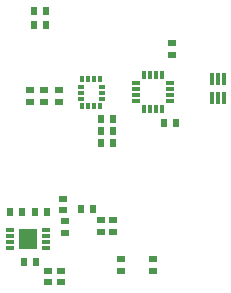
<source format=gbp>
G04*
G04 #@! TF.GenerationSoftware,Altium Limited,Altium Designer,24.4.1 (13)*
G04*
G04 Layer_Color=128*
%FSLAX44Y44*%
%MOMM*%
G71*
G04*
G04 #@! TF.SameCoordinates,CC372D61-D2D5-4D84-A055-2445D59649BF*
G04*
G04*
G04 #@! TF.FilePolarity,Positive*
G04*
G01*
G75*
%ADD20R,0.6000X0.7000*%
%ADD21R,0.7000X0.6000*%
%ADD52R,0.6000X0.3000*%
%ADD53R,0.3000X0.6000*%
%ADD55R,1.5500X1.7500*%
%ADD56R,0.8000X0.3000*%
%ADD57R,0.3000X0.8000*%
%ADD58R,0.8000X0.3000*%
%ADD59R,0.3000X0.9900*%
D20*
X764000Y813000D02*
D03*
X774000D02*
D03*
X821000Y733000D02*
D03*
X831000D02*
D03*
X821000Y723000D02*
D03*
X831000D02*
D03*
X821000Y713000D02*
D03*
X831000D02*
D03*
X764000Y825000D02*
D03*
X774000D02*
D03*
X744000Y655000D02*
D03*
X754000D02*
D03*
X874000Y730000D02*
D03*
X884000D02*
D03*
X766000Y612000D02*
D03*
X756000D02*
D03*
X775000Y655000D02*
D03*
X765000D02*
D03*
X804000Y657000D02*
D03*
X814000D02*
D03*
D21*
X785000Y748000D02*
D03*
Y758000D02*
D03*
X881000Y798000D02*
D03*
Y788000D02*
D03*
X773000Y758000D02*
D03*
Y748000D02*
D03*
X761000Y758000D02*
D03*
Y748000D02*
D03*
X821000Y638000D02*
D03*
Y648000D02*
D03*
X776000Y595000D02*
D03*
Y605000D02*
D03*
X787000Y595000D02*
D03*
Y605000D02*
D03*
X790000Y647000D02*
D03*
Y637000D02*
D03*
X789000Y656000D02*
D03*
Y666000D02*
D03*
X831000Y648000D02*
D03*
Y638000D02*
D03*
X865000Y605000D02*
D03*
Y615000D02*
D03*
X837500Y605000D02*
D03*
Y615000D02*
D03*
D52*
X803500Y760500D02*
D03*
Y755500D02*
D03*
Y750500D02*
D03*
X821500D02*
D03*
Y755500D02*
D03*
Y760500D02*
D03*
D53*
X805000Y744000D02*
D03*
X810000D02*
D03*
X815000D02*
D03*
X820000D02*
D03*
Y767000D02*
D03*
X815000D02*
D03*
X810000D02*
D03*
X805000D02*
D03*
D55*
X759000Y632000D02*
D03*
D56*
X744000Y639500D02*
D03*
Y634500D02*
D03*
Y629500D02*
D03*
Y624500D02*
D03*
X774000D02*
D03*
Y629500D02*
D03*
Y634500D02*
D03*
Y639500D02*
D03*
D57*
X857500Y741500D02*
D03*
X862500D02*
D03*
X867500D02*
D03*
X872500D02*
D03*
Y770500D02*
D03*
X867500D02*
D03*
X862500D02*
D03*
X857500D02*
D03*
D58*
X879500Y748500D02*
D03*
Y753500D02*
D03*
Y758500D02*
D03*
Y763500D02*
D03*
X850500D02*
D03*
Y758500D02*
D03*
Y753500D02*
D03*
Y748500D02*
D03*
D59*
X925000Y750950D02*
D03*
X920000D02*
D03*
X915000D02*
D03*
Y767050D02*
D03*
X920000D02*
D03*
X925000D02*
D03*
M02*

</source>
